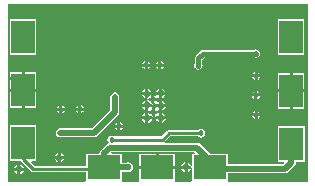
<source format=gbl>
%FSLAX25Y25*%
%MOIN*%
G70*
G01*
G75*
G04 Layer_Physical_Order=2*
G04 Layer_Color=16711680*
%ADD10R,0.03600X0.03000*%
%ADD11R,0.03543X0.02559*%
%ADD12R,0.07874X0.11024*%
%ADD13R,0.06000X0.05000*%
%ADD14R,0.03000X0.03600*%
%ADD15R,0.03150X0.00906*%
%ADD16R,0.00906X0.03150*%
%ADD17R,0.03937X0.07874*%
%ADD18C,0.01000*%
%ADD19C,0.02000*%
%ADD20C,0.01500*%
%ADD21C,0.01700*%
%ADD22C,0.01900*%
%ADD23R,0.15156X0.09649*%
%ADD24R,0.15310X0.02394*%
%ADD25R,0.06525X0.02707*%
%ADD26R,0.06323X0.02939*%
%ADD27R,0.06830X0.04197*%
%ADD28R,0.19009X0.03190*%
%ADD29R,0.08936X0.09999*%
%ADD30R,0.08242X0.15824*%
%ADD31R,0.08028X0.08465*%
%ADD32R,0.08515X0.08961*%
%ADD33C,0.02300*%
%ADD34C,0.01800*%
%ADD35R,0.11024X0.07874*%
G36*
X400659Y293289D02*
X374123D01*
Y293717D01*
X374123D01*
Y296014D01*
X393014D01*
X393599Y296130D01*
X394095Y296462D01*
X396173Y298540D01*
X396505Y299036D01*
X396621Y299621D01*
Y299852D01*
X399529D01*
Y311875D01*
X390655D01*
Y310026D01*
X390627Y309889D01*
X390655Y309751D01*
Y299852D01*
X392506D01*
X392657Y299488D01*
X392379Y299073D01*
X374123D01*
Y302591D01*
X367947D01*
X364819Y305719D01*
X364322Y306051D01*
X363737Y306167D01*
X353173D01*
X353090Y306292D01*
X352950Y306629D01*
X354724Y308402D01*
X363969D01*
X364006Y308347D01*
X364469Y308038D01*
X365016Y307929D01*
X365562Y308038D01*
X366025Y308347D01*
X366334Y308810D01*
X366443Y309357D01*
X366334Y309903D01*
X366025Y310366D01*
X365562Y310676D01*
X365016Y310784D01*
X364469Y310676D01*
X364119Y310442D01*
X354302D01*
X353911Y310364D01*
X353580Y310143D01*
X351756Y308318D01*
X336207D01*
X335759Y308617D01*
X335213Y308726D01*
X334667Y308617D01*
X334204Y308308D01*
X333894Y307845D01*
X333786Y307299D01*
X333894Y306752D01*
X334204Y306289D01*
X334204Y306289D01*
X334014Y306051D01*
X334014D01*
X334014Y306051D01*
X333518Y305719D01*
X331556Y303757D01*
X331225Y303261D01*
X331108Y302676D01*
Y302516D01*
X326626D01*
Y298388D01*
X309482D01*
X308317Y299552D01*
X308508Y300014D01*
X310109D01*
Y312038D01*
X301235D01*
Y300014D01*
X304971D01*
X308338Y296647D01*
X308669Y296426D01*
X309060Y296348D01*
X326626D01*
Y293642D01*
D01*
D01*
D01*
X326626D01*
D01*
D01*
D01*
D01*
X326273Y293289D01*
X300482D01*
Y352494D01*
X400659D01*
Y293289D01*
D02*
G37*
G36*
X363010Y302693D02*
X362968Y302591D01*
X362100D01*
Y298475D01*
X361602Y298426D01*
X361670Y298085D01*
X361602Y297745D01*
X362100Y297696D01*
Y293717D01*
X362100D01*
Y293643D01*
X361746Y293289D01*
X356400D01*
Y293289D01*
Y293634D01*
X356400Y293643D01*
X356400Y293643D01*
X356400D01*
Y297571D01*
X344376D01*
Y293643D01*
X344376Y293643D01*
X344376D01*
X344376Y293634D01*
X344032Y293289D01*
X338650D01*
Y293642D01*
X338650D01*
D01*
Y296550D01*
X339871D01*
X339978Y296479D01*
X340621Y296351D01*
X341265Y296479D01*
X341811Y296843D01*
X342176Y297389D01*
X342304Y298033D01*
X342176Y298677D01*
X341811Y299222D01*
X341265Y299587D01*
X340621Y299715D01*
X340086Y299609D01*
X338650D01*
Y302516D01*
X335295D01*
X335103Y302978D01*
X335233Y303108D01*
X362732D01*
X363010Y302693D01*
D02*
G37*
%LPC*%
G36*
X347577Y316466D02*
X347576Y316441D01*
X347189Y316125D01*
X347430Y316077D01*
Y314994D01*
X348513D01*
X348571Y314702D01*
X348925Y315055D01*
X348504Y315139D01*
Y315967D01*
X347676D01*
X347577Y316466D01*
D02*
G37*
G36*
X350397Y316292D02*
X350332Y315967D01*
X349504D01*
Y315139D01*
X349550Y315148D01*
X349906Y314615D01*
X349991Y315039D01*
X351074D01*
Y316122D01*
X350930Y316093D01*
X350813Y316015D01*
X350397Y316292D01*
D02*
G37*
G36*
X346430Y316077D02*
X346286Y316048D01*
X345741Y315683D01*
X345376Y315138D01*
X345347Y314994D01*
X346430D01*
Y316077D01*
D02*
G37*
G36*
X317685Y316804D02*
X316857D01*
X316866Y316758D01*
X317176Y316295D01*
X317639Y315985D01*
X317685Y315976D01*
Y316804D01*
D02*
G37*
G36*
X352074Y316122D02*
Y315039D01*
X353156D01*
X353128Y315182D01*
X352763Y315728D01*
X352217Y316093D01*
X352074Y316122D01*
D02*
G37*
G36*
X351074Y314039D02*
X349991D01*
X350019Y313895D01*
X350384Y313349D01*
X350930Y312984D01*
X351074Y312956D01*
Y314039D01*
D02*
G37*
G36*
X348513Y313994D02*
X347430D01*
Y312911D01*
X347574Y312940D01*
X348120Y313304D01*
X348484Y313850D01*
X348513Y313994D01*
D02*
G37*
G36*
X353156Y314039D02*
X352074D01*
Y312956D01*
X352217Y312984D01*
X352763Y313349D01*
X353128Y313895D01*
X353156Y314039D01*
D02*
G37*
G36*
X384758Y315102D02*
X383930D01*
Y314274D01*
X383976Y314283D01*
X384439Y314592D01*
X384748Y315055D01*
X384758Y315102D01*
D02*
G37*
G36*
X382930D02*
X382102D01*
X382111Y315055D01*
X382420Y314592D01*
X382883Y314283D01*
X382930Y314274D01*
Y315102D01*
D02*
G37*
G36*
X353179Y318099D02*
X352096D01*
Y317016D01*
X352240Y317045D01*
X352786Y317409D01*
X353150Y317955D01*
X353179Y318099D01*
D02*
G37*
G36*
X348501Y318218D02*
X348491Y318166D01*
X347408D01*
Y317083D01*
X347270Y317056D01*
X347623Y316703D01*
X347676Y316967D01*
X348504D01*
Y317795D01*
X348854Y317865D01*
X348501Y318218D01*
D02*
G37*
G36*
X346408Y318166D02*
X345325D01*
X345354Y318022D01*
X345718Y317477D01*
X346264Y317112D01*
X346408Y317083D01*
Y318166D01*
D02*
G37*
G36*
X399445Y323087D02*
X395508D01*
Y317575D01*
X399445D01*
Y323087D01*
D02*
G37*
G36*
X394508D02*
X390571D01*
Y317575D01*
X394508D01*
Y323087D01*
D02*
G37*
G36*
X382930Y316930D02*
X382883Y316920D01*
X382420Y316611D01*
X382111Y316148D01*
X382102Y316102D01*
X382930D01*
Y316930D01*
D02*
G37*
G36*
X319513Y316804D02*
X318685D01*
Y315976D01*
X318731Y315985D01*
X319195Y316295D01*
X319504Y316758D01*
X319513Y316804D01*
D02*
G37*
G36*
X383930Y316930D02*
Y316102D01*
X384758D01*
X384748Y316148D01*
X384439Y316611D01*
X383976Y316920D01*
X383930Y316930D01*
D02*
G37*
G36*
X325890Y316930D02*
X325062D01*
Y316102D01*
X325109Y316111D01*
X325572Y316421D01*
X325881Y316884D01*
X325890Y316930D01*
D02*
G37*
G36*
X324062D02*
X323234D01*
X323243Y316884D01*
X323553Y316421D01*
X324016Y316111D01*
X324062Y316102D01*
Y316930D01*
D02*
G37*
G36*
X349888Y302508D02*
X344376D01*
Y298571D01*
X349888D01*
Y302508D01*
D02*
G37*
G36*
X304805Y298971D02*
Y297888D01*
X305888D01*
X305859Y298032D01*
X305494Y298578D01*
X304948Y298942D01*
X304805Y298971D01*
D02*
G37*
G36*
X356400Y302508D02*
X350888D01*
Y298571D01*
X356400D01*
Y302508D01*
D02*
G37*
G36*
X360487Y299668D02*
Y298585D01*
X361570D01*
X361542Y298729D01*
X361177Y299275D01*
X360631Y299640D01*
X360487Y299668D01*
D02*
G37*
G36*
X359487D02*
X359344Y299640D01*
X358798Y299275D01*
X358433Y298729D01*
X358404Y298585D01*
X359487D01*
Y299668D01*
D02*
G37*
G36*
X305888Y296888D02*
X304805D01*
Y295805D01*
X304948Y295834D01*
X305494Y296198D01*
X305859Y296744D01*
X305888Y296888D01*
D02*
G37*
G36*
X303805D02*
X302722D01*
X302750Y296744D01*
X303115Y296198D01*
X303661Y295834D01*
X303805Y295805D01*
Y296888D01*
D02*
G37*
G36*
X359487Y297585D02*
X358404D01*
X358433Y297442D01*
X358798Y296896D01*
X359344Y296531D01*
X359487Y296502D01*
Y297585D01*
D02*
G37*
G36*
X303805Y298971D02*
X303661Y298942D01*
X303115Y298578D01*
X302750Y298032D01*
X302722Y297888D01*
X303805D01*
Y298971D01*
D02*
G37*
G36*
X361570Y297585D02*
X360487D01*
Y296502D01*
X360631Y296531D01*
X361177Y296896D01*
X361542Y297442D01*
X361570Y297585D01*
D02*
G37*
G36*
X338940Y311214D02*
X338112D01*
Y310386D01*
X338158Y310396D01*
X338621Y310705D01*
X338930Y311168D01*
X338940Y311214D01*
D02*
G37*
G36*
X337112D02*
X336284D01*
X336293Y311168D01*
X336602Y310705D01*
X337065Y310396D01*
X337112Y310386D01*
Y311214D01*
D02*
G37*
G36*
Y313042D02*
X337065Y313033D01*
X336602Y312724D01*
X336293Y312261D01*
X336284Y312214D01*
X337112D01*
Y313042D01*
D02*
G37*
G36*
X346430Y313994D02*
X345347D01*
X345376Y313850D01*
X345741Y313304D01*
X346286Y312940D01*
X346430Y312911D01*
Y313994D01*
D02*
G37*
G36*
X338112Y313042D02*
Y312214D01*
X338940D01*
X338930Y312261D01*
X338621Y312724D01*
X338158Y313033D01*
X338112Y313042D01*
D02*
G37*
G36*
X319328Y300794D02*
X318245D01*
Y299711D01*
X318389Y299740D01*
X318934Y300104D01*
X319299Y300650D01*
X319328Y300794D01*
D02*
G37*
G36*
X317245D02*
X316162D01*
X316191Y300650D01*
X316555Y300104D01*
X317101Y299740D01*
X317245Y299711D01*
Y300794D01*
D02*
G37*
G36*
Y302877D02*
X317101Y302848D01*
X316555Y302484D01*
X316191Y301938D01*
X316162Y301794D01*
X317245D01*
Y302877D01*
D02*
G37*
G36*
X336244Y323070D02*
X335659Y322954D01*
X335163Y322622D01*
X334831Y322126D01*
X334715Y321541D01*
Y317026D01*
X328751Y311062D01*
X318050D01*
X317465Y310946D01*
X316969Y310614D01*
X316637Y310118D01*
X316521Y309533D01*
X316637Y308948D01*
X316969Y308451D01*
X317465Y308120D01*
X318050Y308003D01*
X329385D01*
X329970Y308120D01*
X330466Y308451D01*
X337326Y315311D01*
X337657Y315807D01*
X337676Y315904D01*
X337773Y316392D01*
Y321541D01*
X337657Y322126D01*
X337326Y322622D01*
X336829Y322954D01*
X336244Y323070D01*
D02*
G37*
G36*
X318245Y302877D02*
Y301794D01*
X319328D01*
X319299Y301938D01*
X318934Y302484D01*
X318389Y302848D01*
X318245Y302877D01*
D02*
G37*
G36*
X382905Y328105D02*
X382077D01*
X382086Y328059D01*
X382396Y327596D01*
X382859Y327286D01*
X382905Y327277D01*
Y328105D01*
D02*
G37*
G36*
X305180Y329788D02*
X301243D01*
Y327795D01*
X301331Y328237D01*
X302915D01*
Y327237D01*
X301331D01*
X301243Y327679D01*
Y324276D01*
X305180D01*
Y329788D01*
D02*
G37*
G36*
X384733Y328105D02*
X383905D01*
Y327277D01*
X383951Y327286D01*
X384415Y327596D01*
X384724Y328059D01*
X384733Y328105D01*
D02*
G37*
G36*
X383905Y329933D02*
Y329105D01*
X384733D01*
X384724Y329151D01*
X384415Y329614D01*
X383951Y329924D01*
X383905Y329933D01*
D02*
G37*
G36*
X382905D02*
X382859Y329924D01*
X382396Y329614D01*
X382086Y329151D01*
X382077Y329105D01*
X382905D01*
Y329933D01*
D02*
G37*
G36*
X352051Y324332D02*
Y323249D01*
X353134D01*
X353105Y323393D01*
X352741Y323938D01*
X352195Y324303D01*
X352051Y324332D01*
D02*
G37*
G36*
X351051D02*
X350907Y324303D01*
X350362Y323938D01*
X349997Y323393D01*
X349968Y323249D01*
X351051D01*
Y324332D01*
D02*
G37*
G36*
X394508Y329599D02*
X390571D01*
Y324087D01*
X394508D01*
Y329599D01*
D02*
G37*
G36*
X310117Y329788D02*
X306180D01*
Y324276D01*
X310117D01*
Y329788D01*
D02*
G37*
G36*
X399445Y329599D02*
X395508D01*
Y324087D01*
X399445D01*
Y329599D01*
D02*
G37*
G36*
X346273Y331541D02*
X345445D01*
X345455Y331495D01*
X345764Y331032D01*
X346227Y330722D01*
X346273Y330713D01*
Y331541D01*
D02*
G37*
G36*
X351806Y333414D02*
Y332586D01*
X352634D01*
X352625Y332632D01*
X352316Y333095D01*
X351852Y333404D01*
X351806Y333414D01*
D02*
G37*
G36*
X350806D02*
X350760Y333404D01*
X350297Y333095D01*
X349988Y332632D01*
X349978Y332586D01*
X350806D01*
Y333414D01*
D02*
G37*
G36*
X383189Y337387D02*
X382642Y337278D01*
X382576Y337234D01*
X365683D01*
X365195Y337137D01*
X364781Y336861D01*
X363188Y335267D01*
X362912Y334854D01*
X362815Y334366D01*
Y332690D01*
X362739Y332577D01*
X362630Y332030D01*
X362739Y331484D01*
X363048Y331021D01*
X363511Y330712D01*
X364058Y330603D01*
X364604Y330712D01*
X365067Y331021D01*
X365376Y331484D01*
X365485Y332030D01*
X365376Y332577D01*
X365364Y332596D01*
Y333838D01*
X366211Y334685D01*
X382576D01*
X382642Y334641D01*
X383189Y334532D01*
X383735Y334641D01*
X384198Y334950D01*
X384507Y335413D01*
X384616Y335960D01*
X384507Y336506D01*
X384198Y336969D01*
X383735Y337278D01*
X383189Y337387D01*
D02*
G37*
G36*
X310034Y347512D02*
X301160D01*
Y335488D01*
X310034D01*
Y347512D01*
D02*
G37*
G36*
X399454Y347349D02*
X390580D01*
Y335325D01*
X399454D01*
Y347349D01*
D02*
G37*
G36*
X350806Y331586D02*
X349978D01*
X349988Y331539D01*
X350297Y331076D01*
X350760Y330767D01*
X350806Y330758D01*
Y331586D01*
D02*
G37*
G36*
X348101Y331541D02*
X347273D01*
Y330713D01*
X347320Y330722D01*
X347783Y331032D01*
X348092Y331495D01*
X348101Y331541D01*
D02*
G37*
G36*
X352634Y331586D02*
X351806D01*
Y330758D01*
X351852Y330767D01*
X352316Y331076D01*
X352625Y331539D01*
X352634Y331586D01*
D02*
G37*
G36*
X347273Y333369D02*
Y332541D01*
X348101D01*
X348092Y332587D01*
X347783Y333050D01*
X347320Y333360D01*
X347273Y333369D01*
D02*
G37*
G36*
X346273D02*
X346227Y333360D01*
X345764Y333050D01*
X345455Y332587D01*
X345445Y332541D01*
X346273D01*
Y333369D01*
D02*
G37*
G36*
X325062Y318758D02*
Y317930D01*
X325890D01*
X325881Y317976D01*
X325572Y318439D01*
X325109Y318749D01*
X325062Y318758D01*
D02*
G37*
G36*
X324062D02*
X324016Y318749D01*
X323553Y318439D01*
X323243Y317976D01*
X323234Y317930D01*
X324062D01*
Y318758D01*
D02*
G37*
G36*
X347419Y320658D02*
X347076Y320315D01*
X347408Y320249D01*
Y319166D01*
X348491D01*
X348539Y318923D01*
X348847Y319231D01*
X348347Y319330D01*
Y320158D01*
X347519D01*
X347419Y320658D01*
D02*
G37*
G36*
X352096Y320182D02*
Y319099D01*
X353179D01*
X353150Y319243D01*
X352786Y319788D01*
X352240Y320153D01*
X352096Y320182D01*
D02*
G37*
G36*
X350182Y320194D02*
X350175Y320158D01*
X349347D01*
Y319330D01*
X349393Y319340D01*
X349620Y319491D01*
X350036Y319214D01*
X350013Y319099D01*
X351096D01*
Y320182D01*
X350952Y320153D01*
X350598Y319916D01*
X350182Y320194D01*
D02*
G37*
G36*
X305180Y323276D02*
X301243D01*
Y317765D01*
X305180D01*
Y323276D01*
D02*
G37*
G36*
X351096Y318099D02*
X350013D01*
X350028Y318022D01*
X349613Y317744D01*
X349550Y317786D01*
X349504Y317795D01*
Y316967D01*
X350332D01*
X350347Y316894D01*
X350762Y317172D01*
X350952Y317045D01*
X351096Y317016D01*
Y318099D01*
D02*
G37*
G36*
X310117Y323276D02*
X306180D01*
Y317765D01*
X310117D01*
Y323276D01*
D02*
G37*
G36*
X318685Y318632D02*
Y317804D01*
X319513D01*
X319504Y317850D01*
X319195Y318314D01*
X318731Y318623D01*
X318685Y318632D01*
D02*
G37*
G36*
X317685D02*
X317639Y318623D01*
X317176Y318314D01*
X316866Y317850D01*
X316857Y317804D01*
X317685D01*
Y318632D01*
D02*
G37*
G36*
X346408Y320249D02*
X346264Y320220D01*
X345718Y319856D01*
X345354Y319310D01*
X345325Y319166D01*
X346408D01*
Y320249D01*
D02*
G37*
G36*
X382779Y323492D02*
X382733Y323483D01*
X382270Y323173D01*
X381961Y322710D01*
X381951Y322664D01*
X382779D01*
Y323492D01*
D02*
G37*
G36*
X351051Y322249D02*
X349968D01*
X349991Y322133D01*
X349576Y321855D01*
X349393Y321977D01*
X349347Y321986D01*
Y321158D01*
X350175D01*
X350182Y321124D01*
X350598Y321402D01*
X350907Y321195D01*
X351051Y321166D01*
Y322249D01*
D02*
G37*
G36*
X383779Y323492D02*
Y322664D01*
X384607D01*
X384598Y322710D01*
X384289Y323173D01*
X383826Y323483D01*
X383779Y323492D01*
D02*
G37*
G36*
X347363Y324219D02*
Y323137D01*
X348446D01*
X348417Y323280D01*
X348053Y323826D01*
X347507Y324191D01*
X347363Y324219D01*
D02*
G37*
G36*
X346363D02*
X346219Y324191D01*
X345673Y323826D01*
X345309Y323280D01*
X345280Y323137D01*
X346363D01*
Y324219D01*
D02*
G37*
G36*
X382779Y321664D02*
X381951D01*
X381961Y321618D01*
X382270Y321155D01*
X382733Y320845D01*
X382779Y320836D01*
Y321664D01*
D02*
G37*
G36*
X348504Y322429D02*
X348446Y322137D01*
X347363D01*
Y321054D01*
X347080Y320997D01*
X347419Y320658D01*
X347519Y321158D01*
X348347D01*
Y321987D01*
X348847Y322086D01*
X348504Y322429D01*
D02*
G37*
G36*
X384607Y321664D02*
X383779D01*
Y320836D01*
X383826Y320845D01*
X384289Y321155D01*
X384598Y321618D01*
X384607Y321664D01*
D02*
G37*
G36*
X353134Y322249D02*
X352051D01*
Y321166D01*
X352195Y321195D01*
X352741Y321559D01*
X353105Y322105D01*
X353134Y322249D01*
D02*
G37*
G36*
X346363Y322137D02*
X345280D01*
X345309Y321993D01*
X345673Y321447D01*
X346219Y321082D01*
X346363Y321054D01*
Y322137D01*
D02*
G37*
%LPD*%
D12*
X305597Y341500D02*
D03*
X305680Y323776D02*
D03*
X305672Y306026D02*
D03*
X395092Y305864D02*
D03*
X395008Y323587D02*
D03*
X395017Y341337D02*
D03*
D18*
X309060Y297368D02*
X330608D01*
X305672Y300756D02*
X309060Y297368D01*
X305672Y300756D02*
Y306026D01*
X335213Y307299D02*
X352178D01*
X354302Y309422D01*
X364907D01*
D19*
X369842Y297543D02*
X393014D01*
X340597Y298079D02*
X340643Y298033D01*
X363737Y304638D02*
X367448Y300927D01*
X334600Y304638D02*
X363737D01*
X332638Y302676D02*
X334600Y304638D01*
X332638Y298079D02*
Y302676D01*
Y298079D02*
X340597D01*
X393014Y297543D02*
X395092Y299621D01*
Y305864D01*
X318050Y309533D02*
X329385D01*
X336244Y316392D01*
Y321541D01*
D20*
X365683Y335960D02*
X383189D01*
X364089Y334366D02*
X365683Y335960D01*
X364089Y331941D02*
Y334366D01*
D33*
X359987Y298085D02*
D03*
X340621Y298033D02*
D03*
X317745Y301294D02*
D03*
X304305Y297388D02*
D03*
X308184Y309821D02*
D03*
X351551Y322749D02*
D03*
X346863Y322637D02*
D03*
X346930Y314494D02*
D03*
X351574Y314539D02*
D03*
X351596Y318599D02*
D03*
X346908Y318666D02*
D03*
X302914Y327737D02*
D03*
X308069Y327721D02*
D03*
X302998Y319940D02*
D03*
X307850Y320071D02*
D03*
X305446Y323918D02*
D03*
X392653Y327501D02*
D03*
X397461Y327545D02*
D03*
X395166Y323695D02*
D03*
X392696Y319895D02*
D03*
X397417Y320114D02*
D03*
X392503Y345468D02*
D03*
X397503Y345507D02*
D03*
X395100Y341360D02*
D03*
X392697Y337174D02*
D03*
X397503Y337251D02*
D03*
X392309Y309889D02*
D03*
X397348Y309850D02*
D03*
X394867Y306323D02*
D03*
X392465Y301866D02*
D03*
X397464D02*
D03*
X371857Y300625D02*
D03*
Y295935D02*
D03*
X368152Y298421D02*
D03*
X364166Y300437D02*
D03*
X364260Y295560D02*
D03*
X303445Y309798D02*
D03*
X303005Y345654D02*
D03*
X307937D02*
D03*
X305365Y341109D02*
D03*
X302864Y337233D02*
D03*
X308219D02*
D03*
D34*
X336298Y321551D02*
D03*
X365016Y309357D02*
D03*
X335213Y307299D02*
D03*
X318163Y309567D02*
D03*
X364058Y332030D02*
D03*
X383189Y335960D02*
D03*
X348847Y320658D02*
D03*
X349004Y316467D02*
D03*
X337612Y311715D02*
D03*
X324562Y317430D02*
D03*
X318185Y317304D02*
D03*
X346773Y332041D02*
D03*
X351306Y332086D02*
D03*
X383405Y328605D02*
D03*
X383430Y315602D02*
D03*
X383279Y322164D02*
D03*
D35*
X368111Y298154D02*
D03*
X350388Y298071D02*
D03*
X332638Y298079D02*
D03*
M02*

</source>
